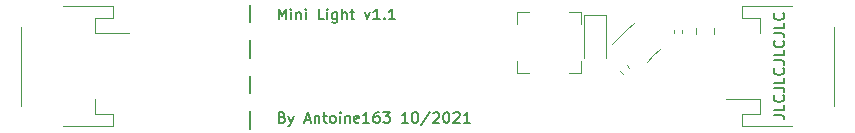
<source format=gbr>
%TF.GenerationSoftware,KiCad,Pcbnew,6.0.0*%
%TF.CreationDate,2022-01-04T22:10:12+01:00*%
%TF.ProjectId,mini_light,6d696e69-5f6c-4696-9768-742e6b696361,v1.1*%
%TF.SameCoordinates,Original*%
%TF.FileFunction,Legend,Top*%
%TF.FilePolarity,Positive*%
%FSLAX46Y46*%
G04 Gerber Fmt 4.6, Leading zero omitted, Abs format (unit mm)*
G04 Created by KiCad (PCBNEW 6.0.0) date 2022-01-04 22:10:12*
%MOMM*%
%LPD*%
G01*
G04 APERTURE LIST*
%ADD10C,0.153000*%
%ADD11C,0.200000*%
%ADD12C,0.120000*%
G04 APERTURE END LIST*
D10*
X149407142Y-104157142D02*
X150050000Y-104157142D01*
X150178571Y-104200000D01*
X150264285Y-104285714D01*
X150307142Y-104414285D01*
X150307142Y-104500000D01*
X150307142Y-103300000D02*
X150307142Y-103728571D01*
X149407142Y-103728571D01*
X150221428Y-102485714D02*
X150264285Y-102528571D01*
X150307142Y-102657142D01*
X150307142Y-102742857D01*
X150264285Y-102871428D01*
X150178571Y-102957142D01*
X150092857Y-103000000D01*
X149921428Y-103042857D01*
X149792857Y-103042857D01*
X149621428Y-103000000D01*
X149535714Y-102957142D01*
X149450000Y-102871428D01*
X149407142Y-102742857D01*
X149407142Y-102657142D01*
X149450000Y-102528571D01*
X149492857Y-102485714D01*
X149407142Y-101842857D02*
X150050000Y-101842857D01*
X150178571Y-101885714D01*
X150264285Y-101971428D01*
X150307142Y-102100000D01*
X150307142Y-102185714D01*
X150307142Y-100985714D02*
X150307142Y-101414285D01*
X149407142Y-101414285D01*
X150221428Y-100171428D02*
X150264285Y-100214285D01*
X150307142Y-100342857D01*
X150307142Y-100428571D01*
X150264285Y-100557142D01*
X150178571Y-100642857D01*
X150092857Y-100685714D01*
X149921428Y-100728571D01*
X149792857Y-100728571D01*
X149621428Y-100685714D01*
X149535714Y-100642857D01*
X149450000Y-100557142D01*
X149407142Y-100428571D01*
X149407142Y-100342857D01*
X149450000Y-100214285D01*
X149492857Y-100171428D01*
X149407142Y-99528571D02*
X150050000Y-99528571D01*
X150178571Y-99571428D01*
X150264285Y-99657142D01*
X150307142Y-99785714D01*
X150307142Y-99871428D01*
X150307142Y-98671428D02*
X150307142Y-99100000D01*
X149407142Y-99100000D01*
X150221428Y-97857142D02*
X150264285Y-97900000D01*
X150307142Y-98028571D01*
X150307142Y-98114285D01*
X150264285Y-98242857D01*
X150178571Y-98328571D01*
X150092857Y-98371428D01*
X149921428Y-98414285D01*
X149792857Y-98414285D01*
X149621428Y-98371428D01*
X149535714Y-98328571D01*
X149450000Y-98242857D01*
X149407142Y-98114285D01*
X149407142Y-98028571D01*
X149450000Y-97900000D01*
X149492857Y-97857142D01*
X149407142Y-97214285D02*
X150050000Y-97214285D01*
X150178571Y-97257142D01*
X150264285Y-97342857D01*
X150307142Y-97471428D01*
X150307142Y-97557142D01*
X150307142Y-96357142D02*
X150307142Y-96785714D01*
X149407142Y-96785714D01*
X150221428Y-95542857D02*
X150264285Y-95585714D01*
X150307142Y-95714285D01*
X150307142Y-95800000D01*
X150264285Y-95928571D01*
X150178571Y-96014285D01*
X150092857Y-96057142D01*
X149921428Y-96100000D01*
X149792857Y-96100000D01*
X149621428Y-96057142D01*
X149535714Y-96014285D01*
X149450000Y-95928571D01*
X149407142Y-95800000D01*
X149407142Y-95714285D01*
X149450000Y-95585714D01*
X149492857Y-95542857D01*
D11*
X105100000Y-103800000D02*
X105100000Y-105300000D01*
X105100000Y-97800000D02*
X105100000Y-99300000D01*
X105100000Y-94800000D02*
X105100000Y-96300000D01*
X105100000Y-100800000D02*
X105100000Y-102300000D01*
D10*
X107813735Y-104335714D02*
X107942307Y-104378571D01*
X107985164Y-104421428D01*
X108028021Y-104507142D01*
X108028021Y-104635714D01*
X107985164Y-104721428D01*
X107942307Y-104764285D01*
X107856592Y-104807142D01*
X107513735Y-104807142D01*
X107513735Y-103907142D01*
X107813735Y-103907142D01*
X107899450Y-103950000D01*
X107942307Y-103992857D01*
X107985164Y-104078571D01*
X107985164Y-104164285D01*
X107942307Y-104250000D01*
X107899450Y-104292857D01*
X107813735Y-104335714D01*
X107513735Y-104335714D01*
X108328021Y-104207142D02*
X108542307Y-104807142D01*
X108756592Y-104207142D02*
X108542307Y-104807142D01*
X108456592Y-105021428D01*
X108413735Y-105064285D01*
X108328021Y-105107142D01*
X109742307Y-104550000D02*
X110170878Y-104550000D01*
X109656592Y-104807142D02*
X109956592Y-103907142D01*
X110256592Y-104807142D01*
X110556592Y-104207142D02*
X110556592Y-104807142D01*
X110556592Y-104292857D02*
X110599450Y-104250000D01*
X110685164Y-104207142D01*
X110813735Y-104207142D01*
X110899450Y-104250000D01*
X110942307Y-104335714D01*
X110942307Y-104807142D01*
X111242307Y-104207142D02*
X111585164Y-104207142D01*
X111370878Y-103907142D02*
X111370878Y-104678571D01*
X111413735Y-104764285D01*
X111499450Y-104807142D01*
X111585164Y-104807142D01*
X112013735Y-104807142D02*
X111928021Y-104764285D01*
X111885164Y-104721428D01*
X111842307Y-104635714D01*
X111842307Y-104378571D01*
X111885164Y-104292857D01*
X111928021Y-104250000D01*
X112013735Y-104207142D01*
X112142307Y-104207142D01*
X112228021Y-104250000D01*
X112270878Y-104292857D01*
X112313735Y-104378571D01*
X112313735Y-104635714D01*
X112270878Y-104721428D01*
X112228021Y-104764285D01*
X112142307Y-104807142D01*
X112013735Y-104807142D01*
X112699450Y-104807142D02*
X112699450Y-104207142D01*
X112699450Y-103907142D02*
X112656592Y-103950000D01*
X112699450Y-103992857D01*
X112742307Y-103950000D01*
X112699450Y-103907142D01*
X112699450Y-103992857D01*
X113128021Y-104207142D02*
X113128021Y-104807142D01*
X113128021Y-104292857D02*
X113170878Y-104250000D01*
X113256592Y-104207142D01*
X113385164Y-104207142D01*
X113470878Y-104250000D01*
X113513735Y-104335714D01*
X113513735Y-104807142D01*
X114285164Y-104764285D02*
X114199450Y-104807142D01*
X114028021Y-104807142D01*
X113942307Y-104764285D01*
X113899450Y-104678571D01*
X113899450Y-104335714D01*
X113942307Y-104250000D01*
X114028021Y-104207142D01*
X114199450Y-104207142D01*
X114285164Y-104250000D01*
X114328021Y-104335714D01*
X114328021Y-104421428D01*
X113899450Y-104507142D01*
X115185164Y-104807142D02*
X114670878Y-104807142D01*
X114928021Y-104807142D02*
X114928021Y-103907142D01*
X114842307Y-104035714D01*
X114756592Y-104121428D01*
X114670878Y-104164285D01*
X115956592Y-103907142D02*
X115785164Y-103907142D01*
X115699450Y-103950000D01*
X115656592Y-103992857D01*
X115570878Y-104121428D01*
X115528021Y-104292857D01*
X115528021Y-104635714D01*
X115570878Y-104721428D01*
X115613735Y-104764285D01*
X115699450Y-104807142D01*
X115870878Y-104807142D01*
X115956592Y-104764285D01*
X115999450Y-104721428D01*
X116042307Y-104635714D01*
X116042307Y-104421428D01*
X115999450Y-104335714D01*
X115956592Y-104292857D01*
X115870878Y-104250000D01*
X115699450Y-104250000D01*
X115613735Y-104292857D01*
X115570878Y-104335714D01*
X115528021Y-104421428D01*
X116342307Y-103907142D02*
X116899450Y-103907142D01*
X116599450Y-104250000D01*
X116728021Y-104250000D01*
X116813735Y-104292857D01*
X116856592Y-104335714D01*
X116899450Y-104421428D01*
X116899450Y-104635714D01*
X116856592Y-104721428D01*
X116813735Y-104764285D01*
X116728021Y-104807142D01*
X116470878Y-104807142D01*
X116385164Y-104764285D01*
X116342307Y-104721428D01*
X118442307Y-104807142D02*
X117928021Y-104807142D01*
X118185164Y-104807142D02*
X118185164Y-103907142D01*
X118099450Y-104035714D01*
X118013735Y-104121428D01*
X117928021Y-104164285D01*
X118999450Y-103907142D02*
X119085164Y-103907142D01*
X119170878Y-103950000D01*
X119213735Y-103992857D01*
X119256592Y-104078571D01*
X119299450Y-104250000D01*
X119299450Y-104464285D01*
X119256592Y-104635714D01*
X119213735Y-104721428D01*
X119170878Y-104764285D01*
X119085164Y-104807142D01*
X118999450Y-104807142D01*
X118913735Y-104764285D01*
X118870878Y-104721428D01*
X118828021Y-104635714D01*
X118785164Y-104464285D01*
X118785164Y-104250000D01*
X118828021Y-104078571D01*
X118870878Y-103992857D01*
X118913735Y-103950000D01*
X118999450Y-103907142D01*
X120328021Y-103864285D02*
X119556592Y-105021428D01*
X120585164Y-103992857D02*
X120628021Y-103950000D01*
X120713735Y-103907142D01*
X120928021Y-103907142D01*
X121013735Y-103950000D01*
X121056592Y-103992857D01*
X121099450Y-104078571D01*
X121099450Y-104164285D01*
X121056592Y-104292857D01*
X120542307Y-104807142D01*
X121099450Y-104807142D01*
X121656592Y-103907142D02*
X121742307Y-103907142D01*
X121828021Y-103950000D01*
X121870878Y-103992857D01*
X121913735Y-104078571D01*
X121956592Y-104250000D01*
X121956592Y-104464285D01*
X121913735Y-104635714D01*
X121870878Y-104721428D01*
X121828021Y-104764285D01*
X121742307Y-104807142D01*
X121656592Y-104807142D01*
X121570878Y-104764285D01*
X121528021Y-104721428D01*
X121485164Y-104635714D01*
X121442307Y-104464285D01*
X121442307Y-104250000D01*
X121485164Y-104078571D01*
X121528021Y-103992857D01*
X121570878Y-103950000D01*
X121656592Y-103907142D01*
X122299450Y-103992857D02*
X122342307Y-103950000D01*
X122428021Y-103907142D01*
X122642307Y-103907142D01*
X122728021Y-103950000D01*
X122770878Y-103992857D01*
X122813735Y-104078571D01*
X122813735Y-104164285D01*
X122770878Y-104292857D01*
X122256592Y-104807142D01*
X122813735Y-104807142D01*
X123670878Y-104807142D02*
X123156592Y-104807142D01*
X123413735Y-104807142D02*
X123413735Y-103907142D01*
X123328021Y-104035714D01*
X123242307Y-104121428D01*
X123156592Y-104164285D01*
X107513735Y-96031642D02*
X107513735Y-95131642D01*
X107813735Y-95774500D01*
X108113735Y-95131642D01*
X108113735Y-96031642D01*
X108542307Y-96031642D02*
X108542307Y-95431642D01*
X108542307Y-95131642D02*
X108499450Y-95174500D01*
X108542307Y-95217357D01*
X108585164Y-95174500D01*
X108542307Y-95131642D01*
X108542307Y-95217357D01*
X108970878Y-95431642D02*
X108970878Y-96031642D01*
X108970878Y-95517357D02*
X109013735Y-95474500D01*
X109099450Y-95431642D01*
X109228021Y-95431642D01*
X109313735Y-95474500D01*
X109356592Y-95560214D01*
X109356592Y-96031642D01*
X109785164Y-96031642D02*
X109785164Y-95431642D01*
X109785164Y-95131642D02*
X109742307Y-95174500D01*
X109785164Y-95217357D01*
X109828021Y-95174500D01*
X109785164Y-95131642D01*
X109785164Y-95217357D01*
X111328021Y-96031642D02*
X110899450Y-96031642D01*
X110899450Y-95131642D01*
X111628021Y-96031642D02*
X111628021Y-95431642D01*
X111628021Y-95131642D02*
X111585164Y-95174500D01*
X111628021Y-95217357D01*
X111670878Y-95174500D01*
X111628021Y-95131642D01*
X111628021Y-95217357D01*
X112442307Y-95431642D02*
X112442307Y-96160214D01*
X112399450Y-96245928D01*
X112356592Y-96288785D01*
X112270878Y-96331642D01*
X112142307Y-96331642D01*
X112056592Y-96288785D01*
X112442307Y-95988785D02*
X112356592Y-96031642D01*
X112185164Y-96031642D01*
X112099450Y-95988785D01*
X112056592Y-95945928D01*
X112013735Y-95860214D01*
X112013735Y-95603071D01*
X112056592Y-95517357D01*
X112099450Y-95474500D01*
X112185164Y-95431642D01*
X112356592Y-95431642D01*
X112442307Y-95474500D01*
X112870878Y-96031642D02*
X112870878Y-95131642D01*
X113256592Y-96031642D02*
X113256592Y-95560214D01*
X113213735Y-95474500D01*
X113128021Y-95431642D01*
X112999450Y-95431642D01*
X112913735Y-95474500D01*
X112870878Y-95517357D01*
X113556592Y-95431642D02*
X113899450Y-95431642D01*
X113685164Y-95131642D02*
X113685164Y-95903071D01*
X113728021Y-95988785D01*
X113813735Y-96031642D01*
X113899450Y-96031642D01*
X114799450Y-95431642D02*
X115013735Y-96031642D01*
X115228021Y-95431642D01*
X116042307Y-96031642D02*
X115528021Y-96031642D01*
X115785164Y-96031642D02*
X115785164Y-95131642D01*
X115699450Y-95260214D01*
X115613735Y-95345928D01*
X115528021Y-95388785D01*
X116428021Y-95945928D02*
X116470878Y-95988785D01*
X116428021Y-96031642D01*
X116385164Y-95988785D01*
X116428021Y-95945928D01*
X116428021Y-96031642D01*
X117328021Y-96031642D02*
X116813735Y-96031642D01*
X117070878Y-96031642D02*
X117070878Y-95131642D01*
X116985164Y-95260214D01*
X116899450Y-95345928D01*
X116813735Y-95388785D01*
D12*
%TO.C,R1*%
X136412773Y-100450175D02*
X136649825Y-100687227D01*
X136950175Y-99912773D02*
X137187227Y-100149825D01*
%TO.C,U1*%
X139227002Y-99103087D02*
X139792687Y-98537401D01*
X139227002Y-99103087D02*
X138661316Y-99668772D01*
X137020828Y-96896913D02*
X135748036Y-98169706D01*
X137020828Y-96896913D02*
X137586514Y-96331228D01*
%TO.C,D1*%
X135250000Y-95640000D02*
X135250000Y-99300000D01*
X135250000Y-95640000D02*
X133350000Y-95640000D01*
X133350000Y-95640000D02*
X133350000Y-99300000D01*
%TO.C,J1*%
X148290000Y-95960000D02*
X148290000Y-97240000D01*
X146690000Y-104040000D02*
X148290000Y-104040000D01*
X146690000Y-95960000D02*
X148290000Y-95960000D01*
X154510000Y-103340000D02*
X154510000Y-96660000D01*
X146690000Y-105060000D02*
X146690000Y-104040000D01*
X150940000Y-94940000D02*
X146690000Y-94940000D01*
X148290000Y-102760000D02*
X145400000Y-102760000D01*
X150940000Y-105060000D02*
X146690000Y-105060000D01*
X146690000Y-94940000D02*
X146690000Y-95960000D01*
X148290000Y-104040000D02*
X148290000Y-102760000D01*
%TO.C,L1*%
X127700000Y-100600000D02*
X127700000Y-99575000D01*
X133100000Y-100600000D02*
X132075000Y-100600000D01*
X127700000Y-95387500D02*
X128725000Y-95387500D01*
X133100000Y-95387500D02*
X132075000Y-95387500D01*
X133100000Y-95387500D02*
X133100000Y-96412500D01*
X127700000Y-100600000D02*
X128725000Y-100600000D01*
X127700000Y-95387500D02*
X127700000Y-96412500D01*
X133100000Y-100600000D02*
X133100000Y-99575000D01*
%TO.C,C2*%
X140940000Y-96984165D02*
X140940000Y-97215835D01*
X141660000Y-96984165D02*
X141660000Y-97215835D01*
%TO.C,C1*%
X144335000Y-96738748D02*
X144335000Y-97261252D01*
X142865000Y-96738748D02*
X142865000Y-97261252D01*
%TO.C,J2*%
X89260000Y-94940000D02*
X93510000Y-94940000D01*
X93510000Y-105060000D02*
X93510000Y-104040000D01*
X93510000Y-104040000D02*
X91910000Y-104040000D01*
X89260000Y-105060000D02*
X93510000Y-105060000D01*
X85690000Y-96660000D02*
X85690000Y-103340000D01*
X93510000Y-95960000D02*
X91910000Y-95960000D01*
X91910000Y-104040000D02*
X91910000Y-102760000D01*
X91910000Y-97240000D02*
X94800000Y-97240000D01*
X93510000Y-94940000D02*
X93510000Y-95960000D01*
X91910000Y-95960000D02*
X91910000Y-97240000D01*
%TD*%
M02*

</source>
